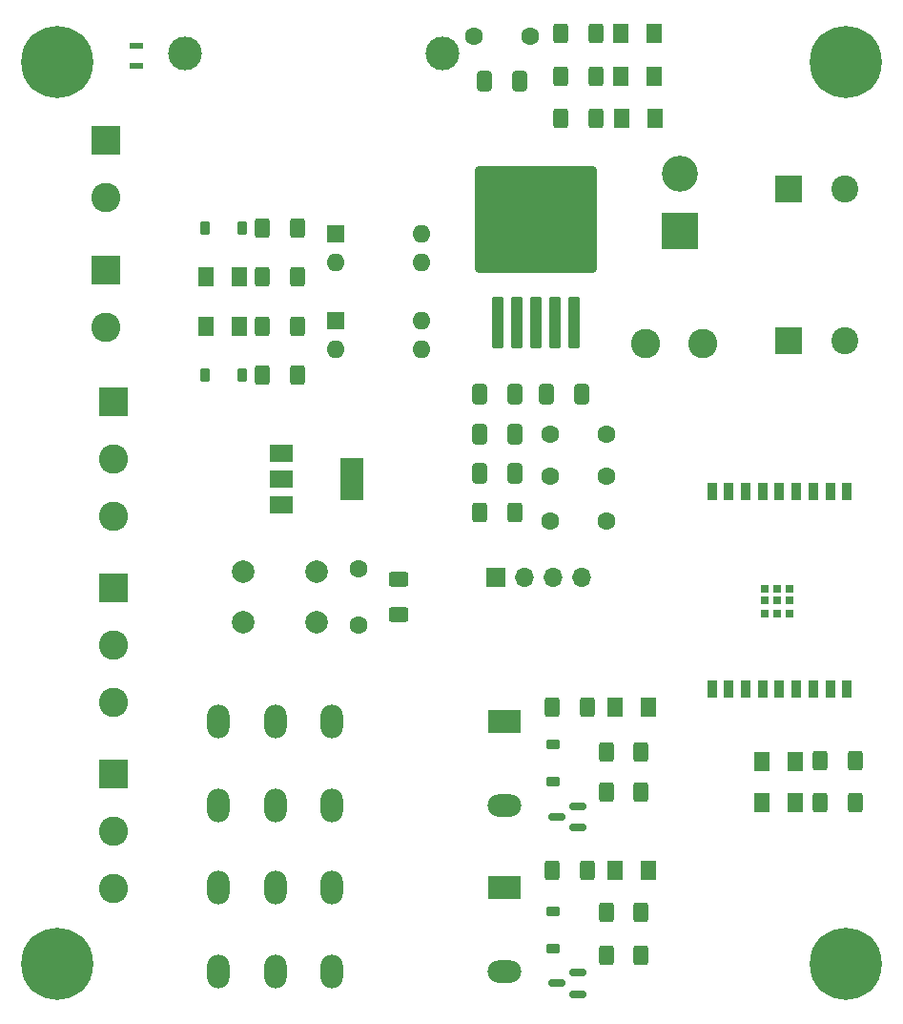
<source format=gbr>
%TF.GenerationSoftware,KiCad,Pcbnew,7.0.2*%
%TF.CreationDate,2024-04-28T14:31:10+04:00*%
%TF.ProjectId,Hope,486f7065-2e6b-4696-9361-645f70636258,rev?*%
%TF.SameCoordinates,Original*%
%TF.FileFunction,Soldermask,Top*%
%TF.FilePolarity,Negative*%
%FSLAX46Y46*%
G04 Gerber Fmt 4.6, Leading zero omitted, Abs format (unit mm)*
G04 Created by KiCad (PCBNEW 7.0.2) date 2024-04-28 14:31:10*
%MOMM*%
%LPD*%
G01*
G04 APERTURE LIST*
G04 Aperture macros list*
%AMRoundRect*
0 Rectangle with rounded corners*
0 $1 Rounding radius*
0 $2 $3 $4 $5 $6 $7 $8 $9 X,Y pos of 4 corners*
0 Add a 4 corners polygon primitive as box body*
4,1,4,$2,$3,$4,$5,$6,$7,$8,$9,$2,$3,0*
0 Add four circle primitives for the rounded corners*
1,1,$1+$1,$2,$3*
1,1,$1+$1,$4,$5*
1,1,$1+$1,$6,$7*
1,1,$1+$1,$8,$9*
0 Add four rect primitives between the rounded corners*
20,1,$1+$1,$2,$3,$4,$5,0*
20,1,$1+$1,$4,$5,$6,$7,0*
20,1,$1+$1,$6,$7,$8,$9,0*
20,1,$1+$1,$8,$9,$2,$3,0*%
G04 Aperture macros list end*
%ADD10R,0.900000X1.500000*%
%ADD11R,0.700000X0.700000*%
%ADD12RoundRect,0.250000X0.400000X0.625000X-0.400000X0.625000X-0.400000X-0.625000X0.400000X-0.625000X0*%
%ADD13RoundRect,0.250001X-0.462499X-0.624999X0.462499X-0.624999X0.462499X0.624999X-0.462499X0.624999X0*%
%ADD14R,2.600000X2.600000*%
%ADD15C,2.600000*%
%ADD16O,2.000000X3.000000*%
%ADD17R,3.000000X2.000000*%
%ADD18O,3.000000X2.000000*%
%ADD19RoundRect,0.250000X-0.400000X-0.625000X0.400000X-0.625000X0.400000X0.625000X-0.400000X0.625000X0*%
%ADD20RoundRect,0.225000X0.225000X0.375000X-0.225000X0.375000X-0.225000X-0.375000X0.225000X-0.375000X0*%
%ADD21RoundRect,0.250000X-0.412500X-0.650000X0.412500X-0.650000X0.412500X0.650000X-0.412500X0.650000X0*%
%ADD22RoundRect,0.225000X-0.375000X0.225000X-0.375000X-0.225000X0.375000X-0.225000X0.375000X0.225000X0*%
%ADD23C,1.600000*%
%ADD24RoundRect,0.250001X0.462499X0.624999X-0.462499X0.624999X-0.462499X-0.624999X0.462499X-0.624999X0*%
%ADD25C,0.800000*%
%ADD26C,6.400000*%
%ADD27R,1.600000X1.600000*%
%ADD28O,1.600000X1.600000*%
%ADD29R,3.200000X3.200000*%
%ADD30O,3.200000X3.200000*%
%ADD31RoundRect,0.250000X0.300000X-2.050000X0.300000X2.050000X-0.300000X2.050000X-0.300000X-2.050000X0*%
%ADD32RoundRect,0.250002X5.149998X-4.449998X5.149998X4.449998X-5.149998X4.449998X-5.149998X-4.449998X0*%
%ADD33C,3.000000*%
%ADD34RoundRect,0.250000X-0.625000X0.400000X-0.625000X-0.400000X0.625000X-0.400000X0.625000X0.400000X0*%
%ADD35R,1.250000X0.600000*%
%ADD36R,2.000000X1.500000*%
%ADD37R,2.000000X3.800000*%
%ADD38RoundRect,0.150000X0.587500X0.150000X-0.587500X0.150000X-0.587500X-0.150000X0.587500X-0.150000X0*%
%ADD39R,2.400000X2.400000*%
%ADD40C,2.400000*%
%ADD41R,1.700000X1.700000*%
%ADD42O,1.700000X1.700000*%
%ADD43C,2.000000*%
G04 APERTURE END LIST*
D10*
%TO.C,U3*%
X165100000Y-103140000D03*
X163600000Y-103140000D03*
X162100000Y-103140000D03*
X160600000Y-103140000D03*
X159100000Y-103140000D03*
X157600000Y-103140000D03*
X156100000Y-103140000D03*
X154600000Y-103140000D03*
X153100000Y-103140000D03*
X153100000Y-120640000D03*
X154600000Y-120640000D03*
X156100000Y-120640000D03*
X157600000Y-120640000D03*
X159100000Y-120640000D03*
X160600000Y-120640000D03*
X162100000Y-120640000D03*
X163600000Y-120640000D03*
X165100000Y-120640000D03*
D11*
X160000000Y-111750000D03*
X158900000Y-111750000D03*
X157800000Y-111750000D03*
X160000000Y-112800000D03*
X158900000Y-112800000D03*
X157800000Y-112800000D03*
X160000000Y-113950000D03*
X158900000Y-113950000D03*
X157800000Y-113950000D03*
%TD*%
D12*
%TO.C,R16*%
X162700000Y-130700000D03*
X165800000Y-130700000D03*
%TD*%
D13*
%TO.C,DL1*%
X108162500Y-84056666D03*
X111137500Y-84056666D03*
%TD*%
D14*
%TO.C,J2*%
X99250000Y-83455000D03*
D15*
X99250000Y-88535000D03*
%TD*%
D16*
%TO.C,K1*%
X114350000Y-131000000D03*
X114350000Y-123500000D03*
X119390000Y-131000000D03*
X119390000Y-123500000D03*
X109310000Y-131000000D03*
X109310000Y-123500000D03*
D17*
X134650000Y-123500000D03*
D18*
X134650000Y-131000000D03*
%TD*%
D16*
%TO.C,K2*%
X114350000Y-145750000D03*
X114350000Y-138250000D03*
X119390000Y-145750000D03*
X119390000Y-138250000D03*
X109310000Y-145750000D03*
X109310000Y-138250000D03*
D17*
X134650000Y-138250000D03*
D18*
X134650000Y-145750000D03*
%TD*%
D14*
%TO.C,J6*%
X99950000Y-128165000D03*
D15*
X99950000Y-133245000D03*
X99950000Y-138325000D03*
%TD*%
D19*
%TO.C,R3*%
X139700000Y-70000000D03*
X142800000Y-70000000D03*
%TD*%
D20*
%TO.C,D11*%
X111400000Y-92750000D03*
X108100000Y-92750000D03*
%TD*%
D21*
%TO.C,C10*%
X132500000Y-101500000D03*
X135625000Y-101500000D03*
%TD*%
%TO.C,C4*%
X132500000Y-98000000D03*
X135625000Y-98000000D03*
%TD*%
D22*
%TO.C,D6*%
X139000000Y-125600000D03*
X139000000Y-128900000D03*
%TD*%
D19*
%TO.C,R2*%
X139700000Y-66250000D03*
X142800000Y-66250000D03*
%TD*%
D15*
%TO.C,L1*%
X147250000Y-90000000D03*
X152250000Y-90000000D03*
%TD*%
D23*
%TO.C,C5*%
X132000000Y-62750000D03*
X137000000Y-62750000D03*
%TD*%
D12*
%TO.C,R9*%
X146800000Y-144250000D03*
X143700000Y-144250000D03*
%TD*%
D19*
%TO.C,R14*%
X113200000Y-88503334D03*
X116300000Y-88503334D03*
%TD*%
D21*
%TO.C,C2*%
X132500000Y-94500000D03*
X135625000Y-94500000D03*
%TD*%
D19*
%TO.C,R8*%
X138950000Y-136750000D03*
X142050000Y-136750000D03*
%TD*%
D23*
%TO.C,C9*%
X138770000Y-105750000D03*
X143770000Y-105750000D03*
%TD*%
D12*
%TO.C,R17*%
X162700000Y-127000000D03*
X165800000Y-127000000D03*
%TD*%
D24*
%TO.C,DL8*%
X145012500Y-66250000D03*
X147987500Y-66250000D03*
%TD*%
%TO.C,DL9*%
X148032500Y-70000000D03*
X145057500Y-70000000D03*
%TD*%
D14*
%TO.C,J5*%
X99950000Y-111665000D03*
D15*
X99950000Y-116745000D03*
X99950000Y-121825000D03*
%TD*%
D21*
%TO.C,C3*%
X132937500Y-66750000D03*
X136062500Y-66750000D03*
%TD*%
D19*
%TO.C,R6*%
X132482500Y-105000000D03*
X135582500Y-105000000D03*
%TD*%
D23*
%TO.C,C11*%
X138770000Y-101750000D03*
X143770000Y-101750000D03*
%TD*%
D13*
%TO.C,DL6*%
X160487500Y-130750000D03*
X157512500Y-130750000D03*
%TD*%
D25*
%TO.C,H1*%
X92600000Y-65000000D03*
X93302944Y-63302944D03*
X93302944Y-66697056D03*
X95000000Y-62600000D03*
D26*
X95000000Y-65000000D03*
D25*
X95000000Y-67400000D03*
X96697056Y-63302944D03*
X96697056Y-66697056D03*
X97400000Y-65000000D03*
%TD*%
D27*
%TO.C,U4*%
X119700000Y-80225000D03*
D28*
X119700000Y-82765000D03*
X127320000Y-82765000D03*
X127320000Y-80225000D03*
%TD*%
D14*
%TO.C,J4*%
X99250000Y-71955000D03*
D15*
X99250000Y-77035000D03*
%TD*%
D23*
%TO.C,C12*%
X121750000Y-115000000D03*
X121750000Y-110000000D03*
%TD*%
D25*
%TO.C,H4*%
X92600000Y-145000000D03*
X93302944Y-143302944D03*
X93302944Y-146697056D03*
X95000000Y-142600000D03*
D26*
X95000000Y-145000000D03*
D25*
X95000000Y-147400000D03*
X96697056Y-143302944D03*
X96697056Y-146697056D03*
X97400000Y-145000000D03*
%TD*%
D27*
%TO.C,U5*%
X119700000Y-87975000D03*
D28*
X119700000Y-90515000D03*
X127320000Y-90515000D03*
X127320000Y-87975000D03*
%TD*%
D12*
%TO.C,R13*%
X116300000Y-92750000D03*
X113200000Y-92750000D03*
%TD*%
D13*
%TO.C,DL3*%
X144512500Y-122250000D03*
X147487500Y-122250000D03*
%TD*%
D29*
%TO.C,D3*%
X150250000Y-80040000D03*
D30*
X150250000Y-74960000D03*
%TD*%
D13*
%TO.C,DL4*%
X144512500Y-136750000D03*
X147487500Y-136750000D03*
%TD*%
%TO.C,DL2*%
X108162500Y-88500000D03*
X111137500Y-88500000D03*
%TD*%
D22*
%TO.C,D8*%
X139000000Y-140350000D03*
X139000000Y-143650000D03*
%TD*%
D13*
%TO.C,DL5*%
X160487500Y-127050000D03*
X157512500Y-127050000D03*
%TD*%
D19*
%TO.C,R12*%
X113200000Y-84083333D03*
X116300000Y-84083333D03*
%TD*%
D31*
%TO.C,U2*%
X134100000Y-88150000D03*
X135800000Y-88150000D03*
X137500000Y-88150000D03*
D32*
X137500000Y-79000000D03*
D31*
X139200000Y-88150000D03*
X140900000Y-88150000D03*
%TD*%
D19*
%TO.C,R4*%
X138950000Y-122250000D03*
X142050000Y-122250000D03*
%TD*%
D12*
%TO.C,R10*%
X146800000Y-140500000D03*
X143700000Y-140500000D03*
%TD*%
D33*
%TO.C,F1*%
X106300000Y-64250000D03*
X129200000Y-64250000D03*
%TD*%
D25*
%TO.C,H2*%
X162600000Y-65000000D03*
X163302944Y-63302944D03*
X163302944Y-66697056D03*
X165000000Y-62600000D03*
D26*
X165000000Y-65000000D03*
D25*
X165000000Y-67400000D03*
X166697056Y-63302944D03*
X166697056Y-66697056D03*
X167400000Y-65000000D03*
%TD*%
D12*
%TO.C,R7*%
X146800000Y-126250000D03*
X143700000Y-126250000D03*
%TD*%
D24*
%TO.C,DL7*%
X145012500Y-62500000D03*
X147987500Y-62500000D03*
%TD*%
D19*
%TO.C,R1*%
X139700000Y-62500000D03*
X142800000Y-62500000D03*
%TD*%
D23*
%TO.C,C8*%
X138770000Y-98000000D03*
X143770000Y-98000000D03*
%TD*%
D34*
%TO.C,R15*%
X125250000Y-110950000D03*
X125250000Y-114050000D03*
%TD*%
D35*
%TO.C,FB1*%
X102000000Y-65400000D03*
X102000000Y-63600000D03*
%TD*%
D12*
%TO.C,R11*%
X113200000Y-79750000D03*
X116300000Y-79750000D03*
%TD*%
%TO.C,R5*%
X146800000Y-129750000D03*
X143700000Y-129750000D03*
%TD*%
D20*
%TO.C,D9*%
X108100000Y-79720000D03*
X111400000Y-79720000D03*
%TD*%
D36*
%TO.C,U1*%
X114850000Y-99700000D03*
X114850000Y-102000000D03*
D37*
X121150000Y-102000000D03*
D36*
X114850000Y-104300000D03*
%TD*%
D38*
%TO.C,Q2*%
X141187500Y-147700000D03*
X141187500Y-145800000D03*
X139312500Y-146750000D03*
%TD*%
D21*
%TO.C,C7*%
X138437500Y-94500000D03*
X141562500Y-94500000D03*
%TD*%
D39*
%TO.C,C6*%
X159926041Y-89750000D03*
D40*
X164926041Y-89750000D03*
%TD*%
D25*
%TO.C,H3*%
X162600000Y-145000000D03*
X163302944Y-143302944D03*
X163302944Y-146697056D03*
X165000000Y-142600000D03*
D26*
X165000000Y-145000000D03*
D25*
X165000000Y-147400000D03*
X166697056Y-143302944D03*
X166697056Y-146697056D03*
X167400000Y-145000000D03*
%TD*%
D41*
%TO.C,J1*%
X133950000Y-110750000D03*
D42*
X136490000Y-110750000D03*
X139030000Y-110750000D03*
X141570000Y-110750000D03*
%TD*%
D14*
%TO.C,J3*%
X99950000Y-95165000D03*
D15*
X99950000Y-100245000D03*
X99950000Y-105325000D03*
%TD*%
D43*
%TO.C,SW1*%
X111500000Y-110250000D03*
X118000000Y-110250000D03*
X111500000Y-114750000D03*
X118000000Y-114750000D03*
%TD*%
D38*
%TO.C,Q1*%
X141187500Y-132950000D03*
X141187500Y-131050000D03*
X139312500Y-132000000D03*
%TD*%
D39*
%TO.C,C1*%
X159926041Y-76250000D03*
D40*
X164926041Y-76250000D03*
%TD*%
M02*

</source>
